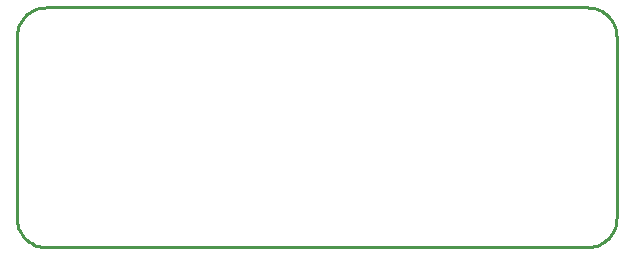
<source format=gbr>
G04 EAGLE Gerber RS-274X export*
G75*
%MOMM*%
%FSLAX34Y34*%
%LPD*%
%IN*%
%IPPOS*%
%AMOC8*
5,1,8,0,0,1.08239X$1,22.5*%
G01*
%ADD10C,0.254000*%


D10*
X0Y25400D02*
X97Y23186D01*
X386Y20989D01*
X865Y18826D01*
X1532Y16713D01*
X2380Y14666D01*
X3403Y12700D01*
X4594Y10831D01*
X5942Y9073D01*
X7440Y7440D01*
X9073Y5942D01*
X10831Y4594D01*
X12700Y3403D01*
X14666Y2380D01*
X16713Y1532D01*
X18826Y865D01*
X20989Y386D01*
X23186Y97D01*
X25400Y0D01*
X482600Y0D01*
X484814Y97D01*
X487011Y386D01*
X489174Y865D01*
X491287Y1532D01*
X493335Y2380D01*
X495300Y3403D01*
X497169Y4594D01*
X498927Y5942D01*
X500561Y7440D01*
X502058Y9073D01*
X503406Y10831D01*
X504597Y12700D01*
X505620Y14666D01*
X506468Y16713D01*
X507135Y18826D01*
X507614Y20989D01*
X507903Y23186D01*
X508000Y25400D01*
X508000Y177800D01*
X507903Y180014D01*
X507614Y182211D01*
X507135Y184374D01*
X506468Y186487D01*
X505620Y188535D01*
X504597Y190500D01*
X503406Y192369D01*
X502058Y194127D01*
X500561Y195761D01*
X498927Y197258D01*
X497169Y198606D01*
X495300Y199797D01*
X493335Y200820D01*
X491287Y201668D01*
X489174Y202335D01*
X487011Y202814D01*
X484814Y203103D01*
X482600Y203200D01*
X25400Y203200D01*
X23186Y203103D01*
X20989Y202814D01*
X18826Y202335D01*
X16713Y201668D01*
X14666Y200820D01*
X12700Y199797D01*
X10831Y198606D01*
X9073Y197258D01*
X7440Y195761D01*
X5942Y194127D01*
X4594Y192369D01*
X3403Y190500D01*
X2380Y188535D01*
X1532Y186487D01*
X865Y184374D01*
X386Y182211D01*
X97Y180014D01*
X0Y177800D01*
X0Y25400D01*
M02*

</source>
